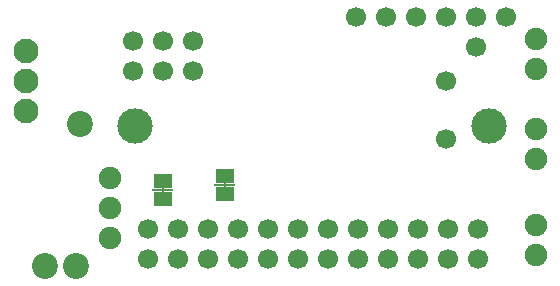
<source format=gbr>
G04 DipTrace 3.0.0.2*
G04 BottomMask.gbr*
%MOIN*%
G04 #@! TF.FileFunction,Soldermask,Bot*
G04 #@! TF.Part,Single*
%ADD28C,0.066929*%
%ADD29C,0.074803*%
%ADD33C,0.086614*%
%ADD37C,0.082677*%
%ADD42R,0.063X0.046*%
%ADD43R,0.008X0.025*%
%ADD50C,0.11811*%
%FSLAX26Y26*%
G04*
G70*
G90*
G75*
G01*
G04 BotMask*
%LPD*%
D29*
X2231399Y1231298D3*
Y1131298D3*
X2231224Y512423D3*
Y612423D3*
D50*
X893762Y943778D3*
X2075122D3*
D29*
X812487Y568739D3*
Y668739D3*
Y768739D3*
D33*
X593723Y474924D3*
X699972Y474979D3*
D28*
X1631223Y1306173D3*
X1731223D3*
X1831223D3*
X1931223D3*
X2031223D3*
X2131224D3*
D33*
X712484Y950029D3*
D28*
X2031373Y1206306D3*
D29*
X2231224Y831173D3*
Y931173D3*
D37*
X531220Y993673D3*
Y1093673D3*
Y1193673D3*
D28*
X2037474Y599921D3*
Y499921D3*
X1937474Y599921D3*
Y499921D3*
X1837474Y599921D3*
Y499921D3*
X1737474Y599921D3*
Y499921D3*
X1637474Y599921D3*
Y499921D3*
X1537474Y599921D3*
Y499921D3*
X1437474Y599921D3*
Y499921D3*
X1337474Y599921D3*
Y499921D3*
X1237474Y599921D3*
Y499921D3*
X1137474Y599921D3*
Y499921D3*
X1037474Y599921D3*
Y499921D3*
X937474Y599921D3*
Y499921D3*
G36*
X1229785Y748013D2*
X1157785D1*
Y742007D1*
X1229785D1*
Y748013D1*
G37*
D42*
X1193785Y775010D3*
Y715010D3*
D43*
Y745010D3*
G36*
X1023475Y732924D2*
X951475D1*
Y726918D1*
X1023475D1*
Y732924D1*
G37*
D42*
X987475Y759921D3*
Y699921D3*
D43*
Y729921D3*
D28*
X1931354Y1093794D3*
Y900054D3*
X887476Y1124924D3*
X987476D3*
X1087476D3*
Y1224924D3*
X987476D3*
X887476D3*
M02*

</source>
